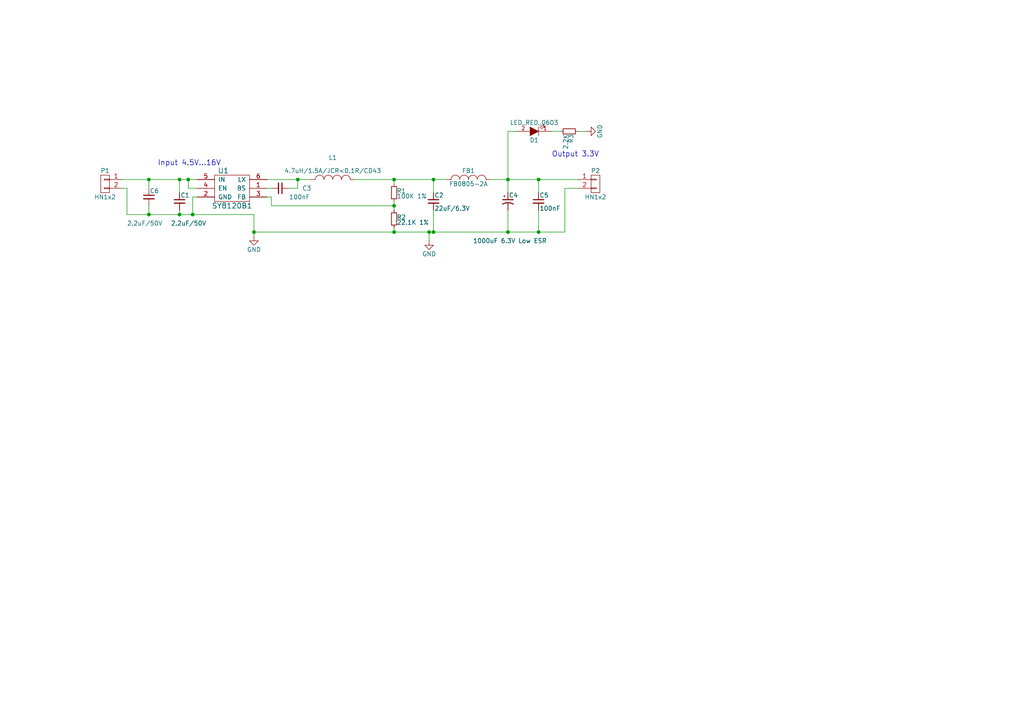
<source format=kicad_sch>
(kicad_sch (version 20230121) (generator eeschema)
  (paper "A4")
  (lib_symbols
    (symbol "BB-PWR-8113_revA-rescue:CONN_01X02" (pin_names (offset 1.016) hide)
      (property "Reference" "P" (at 0 3.81 0))
      (property "Value" "CONN_01X02" (at 2.54 0 90))
      (symbol "CONN_01X02_0_1"
        (rectangle (start -1.27 -1.143) (end 0.254 -1.397))
        (rectangle (start -1.27 1.397) (end 0.254 1.143))
        (rectangle (start -1.27 2.54) (end 1.27 -2.54))
      )
      (symbol "CONN_01X02_1_1"
        (pin passive line (at -5.08 1.27 0) (length 3.81) (name "P1") (number "1"))
        (pin passive line (at -5.08 -1.27 0) (length 3.81) (name "P2") (number "2"))
      )
    )
    (symbol "BB-PWR-8113_revA-rescue:CP1_Small" (pin_numbers hide) (pin_names (offset 0.254) hide)
      (property "Reference" "C" (at 0.254 1.778 0))
      (property "Value" "CP1_Small" (at 0.254 -2.032 0))
      (symbol "CP1_Small_0_1"
        (polyline (pts (xy -1.524 0.508) (xy 1.524 0.508)) (stroke (width 0.3048)))
        (polyline (pts (xy -1.27 1.524) (xy -0.762 1.524)))
        (polyline (pts (xy -1.016 1.27) (xy -1.016 1.778)))
        (arc (start 1.524 -0.762) (mid 0 -0.3734) (end -1.524 -0.762) (stroke (width 0.3048)))
      )
      (symbol "CP1_Small_1_1"
        (pin passive line (at 0 2.54 270) (length 2.032) (name "~") (number "1"))
        (pin passive line (at 0 -2.54 90) (length 2.032) (name "~") (number "2"))
      )
    )
    (symbol "BB-PWR-8113_revA-rescue:C_Small" (pin_numbers hide) (pin_names (offset 0.254) hide)
      (property "Reference" "C" (at 0.254 1.778 0))
      (property "Value" "C_Small" (at 0.254 -2.032 0))
      (symbol "C_Small_0_1"
        (polyline (pts (xy -1.524 -0.508) (xy 1.524 -0.508)) (stroke (width 0.3302)))
        (polyline (pts (xy -1.524 0.508) (xy 1.524 0.508)) (stroke (width 0.3048)))
      )
      (symbol "C_Small_1_1"
        (pin passive line (at 0 2.54 270) (length 1.905) (name "~") (number "1"))
        (pin passive line (at 0 -2.54 90) (length 2.032) (name "~") (number "2"))
      )
    )
    (symbol "BB-PWR-8113_revA-rescue:GND" (power) (pin_names (offset 0))
      (property "Value" "GND" (at 0 -3.81 0))
      (symbol "GND_0_1"
        (polyline (pts (xy 0 0) (xy 0 -1.27) (xy 1.27 -1.27) (xy 0 -2.54) (xy -1.27 -1.27) (xy 0 -1.27)))
      )
      (symbol "GND_1_1"
        (pin power_in line (at 0 0 270) (length 0) hide (name "GND") (number "1"))
      )
    )
    (symbol "BB-PWR-8113_revA-rescue:INDUCTOR_SMALL" (pin_numbers hide) (pin_names (offset 0) hide)
      (property "Reference" "L" (at 0 2.54 0))
      (property "Value" "INDUCTOR_SMALL" (at 0 -1.27 0))
      (symbol "INDUCTOR_SMALL_0_1"
        (arc (start -2.54 0) (mid -3.81 1.2645) (end -5.08 0))
        (arc (start 0 0) (mid -1.27 1.2645) (end -2.54 0))
        (arc (start 2.54 0) (mid 1.27 1.2645) (end 0 0))
        (arc (start 5.08 0) (mid 3.81 1.2645) (end 2.54 0))
      )
      (symbol "INDUCTOR_SMALL_1_1"
        (pin input line (at -6.35 0 0) (length 1.27) (name "1") (number "1"))
        (pin input line (at 6.35 0 180) (length 1.27) (name "2") (number "2"))
      )
    )
    (symbol "BB-PWR-8113_revA-rescue:LED" (pin_names (offset 1.016) hide)
      (property "Reference" "D" (at 0 2.54 0))
      (property "Value" "LED" (at 0 -2.54 0))
      (symbol "LED_0_1"
        (polyline (pts (xy -1.27 1.27) (xy -1.27 -1.27)))
        (polyline (pts (xy -2.032 -0.635) (xy -3.175 -1.651) (xy -3.048 -1.016)))
        (polyline (pts (xy -1.651 -1.016) (xy -2.794 -2.032) (xy -2.667 -1.397)))
        (polyline (pts (xy 1.27 1.27) (xy -1.27 0) (xy 1.27 -1.27)) (fill (type outline)))
      )
      (symbol "LED_1_1"
        (pin passive line (at -5.08 0 0) (length 3.81) (name "K") (number "1"))
        (pin passive line (at 5.08 0 180) (length 3.81) (name "A") (number "2"))
      )
    )
    (symbol "BB-PWR-8113_revA-rescue:R_Small" (pin_numbers hide) (pin_names (offset 0.254) hide)
      (property "Reference" "R" (at 0.762 0.508 0))
      (property "Value" "R_Small" (at 0.762 -1.016 0))
      (symbol "R_Small_0_1"
        (rectangle (start -0.762 1.778) (end 0.762 -1.778) (stroke (width 0.2032)))
      )
      (symbol "R_Small_1_1"
        (pin passive line (at 0 2.54 270) (length 0.762) (name "~") (number "1"))
        (pin passive line (at 0 -2.54 90) (length 0.762) (name "~") (number "2"))
      )
    )
    (symbol "BB-PWR-8113_revA-rescue:SY8120B1" (pin_names (offset 1.016))
      (property "Reference" "U" (at -2.54 5.08 0))
      (property "Value" "SY8120B1" (at 0 -5.08 0))
      (symbol "SY8120B1_0_1"
        (rectangle (start -5.08 3.81) (end 5.08 -3.81))
      )
      (symbol "SY8120B1_1_1"
        (pin output line (at 10.16 0 180) (length 5.08) (name "BS") (number "1"))
        (pin bidirectional line (at -10.16 -2.54 0) (length 5.08) (name "GND") (number "2"))
        (pin input line (at 10.16 -2.54 180) (length 5.08) (name "FB") (number "3"))
        (pin input line (at -10.16 0 0) (length 5.08) (name "EN") (number "4"))
        (pin input line (at -10.16 2.54 0) (length 5.08) (name "IN") (number "5"))
        (pin output line (at 10.16 2.54 180) (length 5.08) (name "LX") (number "6"))
      )
    )
  )
  (junction (at 54.61 52.07))
  (junction (at 43.18 52.07))
  (junction (at 147.32 67.31))
  (junction (at 125.73 67.31))
  (junction (at 114.3 67.31))
  (junction (at 125.73 52.07))
  (junction (at 55.88 62.23))
  (junction (at 114.3 52.07))
  (junction (at 156.21 52.07))
  (junction (at 73.66 67.31))
  (junction (at 52.07 52.07))
  (junction (at 114.3 59.69))
  (junction (at 86.36 52.07))
  (junction (at 124.46 67.31))
  (junction (at 52.07 62.23))
  (junction (at 147.32 52.07))
  (junction (at 43.18 62.23))
  (junction (at 156.21 67.31))
  (wire (pts (xy 114.3 52.07) (xy 125.73 52.07)))
  (wire (pts (xy 147.32 38.1) (xy 149.86 38.1)))
  (wire (pts (xy 35.56 54.61) (xy 36.83 54.61)))
  (wire (pts (xy 52.07 55.88) (xy 52.07 52.07)))
  (wire (pts (xy 147.32 38.1) (xy 147.32 52.07)))
  (wire (pts (xy 167.64 54.61) (xy 163.83 54.61)))
  (wire (pts (xy 73.66 62.23) (xy 73.66 67.31)))
  (wire (pts (xy 55.88 62.23) (xy 73.66 62.23)))
  (wire (pts (xy 55.88 62.23) (xy 55.88 57.15)))
  (wire (pts (xy 52.07 62.23) (xy 52.07 60.96)))
  (wire (pts (xy 114.3 67.31) (xy 114.3 66.04)))
  (wire (pts (xy 170.18 38.1) (xy 167.64 38.1)))
  (wire (pts (xy 156.21 67.31) (xy 163.83 67.31)))
  (wire (pts (xy 55.88 57.15) (xy 57.15 57.15)))
  (wire (pts (xy 35.56 52.07) (xy 43.18 52.07)))
  (wire (pts (xy 54.61 54.61) (xy 54.61 52.07)))
  (wire (pts (xy 147.32 67.31) (xy 147.32 60.96)))
  (wire (pts (xy 73.66 67.31) (xy 114.3 67.31)))
  (wire (pts (xy 36.83 62.23) (xy 43.18 62.23)))
  (wire (pts (xy 78.74 57.15) (xy 78.74 59.69)))
  (wire (pts (xy 36.83 54.61) (xy 36.83 62.23)))
  (wire (pts (xy 147.32 52.07) (xy 156.21 52.07)))
  (wire (pts (xy 142.24 52.07) (xy 147.32 52.07)))
  (wire (pts (xy 163.83 54.61) (xy 163.83 67.31)))
  (wire (pts (xy 114.3 52.07) (xy 114.3 53.34)))
  (wire (pts (xy 77.47 57.15) (xy 78.74 57.15)))
  (wire (pts (xy 114.3 58.42) (xy 114.3 59.69)))
  (wire (pts (xy 156.21 52.07) (xy 167.64 52.07)))
  (wire (pts (xy 114.3 67.31) (xy 124.46 67.31)))
  (wire (pts (xy 124.46 67.31) (xy 125.73 67.31)))
  (wire (pts (xy 73.66 67.31) (xy 73.66 68.58)))
  (wire (pts (xy 52.07 62.23) (xy 55.88 62.23)))
  (wire (pts (xy 125.73 55.88) (xy 125.73 52.07)))
  (wire (pts (xy 86.36 54.61) (xy 83.82 54.61)))
  (wire (pts (xy 43.18 59.69) (xy 43.18 62.23)))
  (wire (pts (xy 86.36 52.07) (xy 86.36 54.61)))
  (wire (pts (xy 86.36 52.07) (xy 90.17 52.07)))
  (wire (pts (xy 124.46 69.85) (xy 124.46 67.31)))
  (wire (pts (xy 52.07 52.07) (xy 54.61 52.07)))
  (wire (pts (xy 147.32 52.07) (xy 147.32 55.88)))
  (wire (pts (xy 54.61 52.07) (xy 57.15 52.07)))
  (wire (pts (xy 78.74 59.69) (xy 114.3 59.69)))
  (wire (pts (xy 43.18 54.61) (xy 43.18 52.07)))
  (wire (pts (xy 147.32 67.31) (xy 156.21 67.31)))
  (wire (pts (xy 156.21 67.31) (xy 156.21 60.96)))
  (wire (pts (xy 43.18 62.23) (xy 52.07 62.23)))
  (wire (pts (xy 125.73 60.96) (xy 125.73 67.31)))
  (wire (pts (xy 57.15 54.61) (xy 54.61 54.61)))
  (wire (pts (xy 77.47 54.61) (xy 78.74 54.61)))
  (wire (pts (xy 43.18 52.07) (xy 52.07 52.07)))
  (wire (pts (xy 102.87 52.07) (xy 114.3 52.07)))
  (wire (pts (xy 114.3 59.69) (xy 114.3 60.96)))
  (wire (pts (xy 125.73 52.07) (xy 129.54 52.07)))
  (wire (pts (xy 125.73 67.31) (xy 147.32 67.31)))
  (wire (pts (xy 162.56 38.1) (xy 160.02 38.1)))
  (wire (pts (xy 156.21 55.88) (xy 156.21 52.07)))
  (wire (pts (xy 77.47 52.07) (xy 86.36 52.07)))
  (text "Input 4.5V...16V" (at 45.72 48.26 0) (effects (font (size 1.524 1.524)) (justify left bottom)))
  (text "Output 3.3V" (at 160.02 45.72 0) (effects (font (size 1.524 1.524)) (justify left bottom)))
  (symbol (lib_id "BB-PWR-8113_revA-rescue:CONN_01X02") (at 30.48 53.34 0) (mirror y) (unit 1)
    (property "Reference" "P1" (at 30.48 49.53 0))
    (property "Value" "HN1x2" (at 30.48 57.15 0))
    (property "Footprint" "OLIMEX_Jumpers-FP:HN1x2_Jumper" (effects hide))
  )
  (symbol (lib_id "BB-PWR-8113_revA-rescue:C_Small") (at 52.07 58.42 0) (unit 1)
    (property "Reference" "C1" (at 52.324 56.642 0) (effects (justify left)))
    (property "Value" "2.2uF/50V" (at 49.53 64.77 0) (effects (justify left)))
    (property "Footprint" "OLIMEX_RLC-FP:L0805_5MIL_DWS" (effects hide))
  )
  (symbol (lib_id "BB-PWR-8113_revA-rescue:INDUCTOR_SMALL") (at 96.52 52.07 0) (unit 1)
    (property "Reference" "L1" (at 96.52 45.72 0))
    (property "Value" "4.7uH/1.5A/JCR<0.1R/CD43" (at 96.52 49.53 0))
    (property "Footprint" "OLIMEX_RLC-FP:CD32" (effects hide))
  )
  (symbol (lib_id "BB-PWR-8113_revA-rescue:R_Small") (at 114.3 55.88 0) (unit 1)
    (property "Reference" "R1" (at 115.062 55.372 0) (effects (justify left)))
    (property "Value" "100K 1%" (at 115.062 56.896 0) (effects (justify left)))
    (property "Footprint" "OLIMEX_RLC-FP:R_0603_DWS" (effects hide))
  )
  (symbol (lib_id "BB-PWR-8113_revA-rescue:R_Small") (at 114.3 63.5 0) (unit 1)
    (property "Reference" "R2" (at 115.062 62.992 0) (effects (justify left)))
    (property "Value" "22.1K 1%" (at 115.062 64.516 0) (effects (justify left)))
    (property "Footprint" "OLIMEX_RLC-FP:R_0603_DWS" (effects hide))
  )
  (symbol (lib_id "BB-PWR-8113_revA-rescue:GND") (at 73.66 68.58 0) (unit 1)
    (property "Reference" "#PWR01" (effects hide))
    (property "Value" "GND" (at 73.66 72.39 0))
  )
  (symbol (lib_id "BB-PWR-8113_revA-rescue:CONN_01X02") (at 172.72 53.34 0) (unit 1)
    (property "Reference" "P2" (at 172.72 49.53 0))
    (property "Value" "HN1x2" (at 172.72 57.15 0))
    (property "Footprint" "OLIMEX_Jumpers-FP:HN1x2_Jumper" (effects hide))
  )
  (symbol (lib_id "BB-PWR-8113_revA-rescue:GND") (at 124.46 69.85 0) (unit 1)
    (property "Reference" "#PWR02" (effects hide))
    (property "Value" "GND" (at 124.46 73.66 0))
  )
  (symbol (lib_id "BB-PWR-8113_revA-rescue:LED") (at 154.94 38.1 180) (unit 1)
    (property "Reference" "D1" (at 154.94 40.64 0))
    (property "Value" "LED_RED_0603" (at 154.94 35.56 0))
    (property "Footprint" "OLIMEX_LEDs-FP:LED_0603_KA" (effects hide))
  )
  (symbol (lib_id "BB-PWR-8113_revA-rescue:R_Small") (at 165.1 38.1 270) (unit 1)
    (property "Reference" "R3" (at 165.608 38.862 0) (effects (justify left)))
    (property "Value" "2.2K" (at 164.084 38.862 0) (effects (justify left)))
    (property "Footprint" "OLIMEX_RLC-FP:R_0603_DWS" (effects hide))
  )
  (symbol (lib_id "BB-PWR-8113_revA-rescue:GND") (at 170.18 38.1 90) (unit 1)
    (property "Reference" "#PWR03" (effects hide))
    (property "Value" "GND" (at 173.99 38.1 0))
  )
  (symbol (lib_id "BB-PWR-8113_revA-rescue:SY8120B1") (at 67.31 54.61 0) (unit 1)
    (property "Reference" "U1" (at 64.77 49.53 0) (effects (font (size 1.524 1.524))))
    (property "Value" "SY8120B1" (at 67.31 59.69 0) (effects (font (size 1.524 1.524))))
    (property "Footprint" "OLIMEX_IC-FP:SOT23-6" (effects hide))
  )
  (symbol (lib_id "BB-PWR-8113_revA-rescue:C_Small") (at 81.28 54.61 270) (unit 1)
    (property "Reference" "C3" (at 87.63 54.61 90) (effects (justify left)))
    (property "Value" "100nF" (at 83.82 57.15 90) (effects (justify left)))
    (property "Footprint" "OLIMEX_RLC-FP:C_0603_DWS" (effects hide))
  )
  (symbol (lib_id "BB-PWR-8113_revA-rescue:C_Small") (at 125.73 58.42 0) (unit 1)
    (property "Reference" "C2" (at 125.984 56.642 0) (effects (justify left)))
    (property "Value" "22uF/6.3V" (at 125.984 60.452 0) (effects (justify left)))
    (property "Footprint" "OLIMEX_RLC-FP:L0805_5MIL_DWS" (effects hide))
  )
  (symbol (lib_id "BB-PWR-8113_revA-rescue:CP1_Small") (at 147.32 58.42 0) (unit 1)
    (property "Reference" "C4" (at 147.574 56.642 0) (effects (justify left)))
    (property "Value" "1000uF 6.3V Low ESR" (at 137.16 69.85 0) (effects (justify left)))
    (property "Footprint" "OLIMEX_RLC-FP:CPOL_200mils_R10mm" (effects hide))
  )
  (symbol (lib_id "BB-PWR-8113_revA-rescue:INDUCTOR_SMALL") (at 135.89 52.07 0) (unit 1)
    (property "Reference" "FB1" (at 135.89 49.53 0))
    (property "Value" "FB0805-2A" (at 135.89 53.34 0))
    (property "Footprint" "OLIMEX_RLC-FP:L0805_5MIL_DWS" (effects hide))
  )
  (symbol (lib_id "BB-PWR-8113_revA-rescue:C_Small") (at 156.21 58.42 0) (unit 1)
    (property "Reference" "C5" (at 156.464 56.642 0) (effects (justify left)))
    (property "Value" "100nF" (at 156.464 60.452 0) (effects (justify left)))
    (property "Footprint" "OLIMEX_RLC-FP:C_0603_DWS" (effects hide))
  )
  (symbol (lib_id "BB-PWR-8113_revA-rescue:C_Small") (at 43.18 57.15 0) (unit 1)
    (property "Reference" "C6" (at 43.434 55.372 0) (effects (justify left)))
    (property "Value" "2.2uF/50V" (at 36.83 64.77 0) (effects (justify left)))
    (property "Footprint" "OLIMEX_RLC-FP:L0805_5MIL_DWS" (effects hide))
  )
)
</source>
